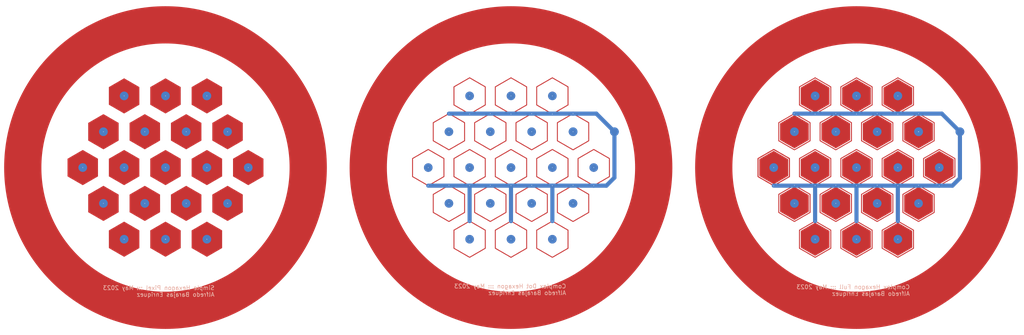
<source format=kicad_pcb>
(kicad_pcb (version 20221018) (generator pcbnew)
  (layers (0 "F.Cu" signal) (31 "B.Cu" signal) (34 "B.Paste" user) (35 "F.Paste" user) (36 "B.SilkS" user "B.Silkscreen") (37 "F.SilkS" user "F.Silkscreen") (38 "B.Mask" user) (39 "F.Mask" user) (44 "Edge.Cuts" user))
  (net 0 "")
  (footprint "1.Hex:Hex.Tile.Solid.G.Hex" (layer "F.Cu") (at 246.964622 49.635156 90)
    (fp_text reference "REF**61" hide)
    (fp_text value "Hex.Tile.Solid.G.Hex" hide)
    (fp_poly (pts (xy 4 0) (xy 2.001777 -3.463075) (xy -2.002238 -3.462808) (xy -4 0) (xy -1.999461 3.464413) (xy 2.002455 3.456909)) (stroke (width 0.01)) (fill solid) (layer "F.Cu"))
    (fp_poly (pts (xy -2.127378 -3.679234) (xy 2.126888 -3.679517) (xy 4.25 0) (xy 2.129018 3.675398) (xy -2.124428 3.680939) (xy -4.25 0) (xy -4.5 0) (xy -2.249394 3.897464) (xy 2.25558 3.893887) (xy 4.5 0) (xy 2.251999 -3.895959) (xy -2.252518 -3.895659) (xy -4.5 0) (xy -4.25 0)) (stroke (width 0.001)) (fill solid) (layer "F.Cu"))
  )
  (footprint "Hex:Hex.Tile.Solid.G.Dot" (layer "F.Cu") (at 158.459763 40.975063 90)
    (fp_text reference "REF**15" hide)
    (fp_text value "Hex.Tile.Solid.G.Dot" hide)
    (fp_circle (center 0 0) (end 1 0) (stroke (width 0.001)) (fill solid) (layer "F.Cu"))
    (fp_poly (pts (xy -2.127378 -3.679234) (xy 2.126888 -3.679517) (xy 4.25 0) (xy 2.129018 3.675398) (xy -2.124428 3.680939) (xy -4.25 0) (xy -4.5 0) (xy -2.249394 3.897464) (xy 2.25558 3.893887) (xy 4.5 0) (xy 2.251999 -3.895959) (xy -2.252518 -3.895659) (xy -4.5 0) (xy -4.25 0)) (stroke (width 0.001)) (fill solid) (layer "F.Cu"))
  )
  (footprint "1.Hex:Hex.Tile.Solid.G.Hex" (layer "F.Cu") (at 221.964622 40.975156 90)
    (fp_text reference "REF**63" hide)
    (fp_text value "Hex.Tile.Solid.G.Hex" hide)
    (fp_poly (pts (xy 4 0) (xy 2.001777 -3.463075) (xy -2.002238 -3.462808) (xy -4 0) (xy -1.999461 3.464413) (xy 2.002455 3.456909)) (stroke (width 0.01)) (fill solid) (layer "F.Cu"))
    (fp_poly (pts (xy -2.127378 -3.679234) (xy 2.126888 -3.679517) (xy 4.25 0) (xy 2.129018 3.675398) (xy -2.124428 3.680939) (xy -4.25 0) (xy -4.5 0) (xy -2.249394 3.897464) (xy 2.25558 3.893887) (xy 4.5 0) (xy 2.251999 -3.895959) (xy -2.252518 -3.895659) (xy -4.5 0) (xy -4.25 0)) (stroke (width 0.001)) (fill solid) (layer "F.Cu"))
  )
  (footprint "1.Hex:Hex.Tile.Solid.G.Hex" (layer "F.Cu") (at 246.964622 66.955156 90)
    (fp_text reference "REF**22" hide)
    (fp_text value "Hex.Tile.Solid.G.Hex" hide)
    (fp_poly (pts (xy 4 0) (xy 2.001777 -3.463075) (xy -2.002238 -3.462808) (xy -4 0) (xy -1.999461 3.464413) (xy 2.002455 3.456909)) (stroke (width 0.01)) (fill solid) (layer "F.Cu"))
    (fp_poly (pts (xy -2.127378 -3.679234) (xy 2.126888 -3.679517) (xy 4.25 0) (xy 2.129018 3.675398) (xy -2.124428 3.680939) (xy -4.25 0) (xy -4.5 0) (xy -2.249394 3.897464) (xy 2.25558 3.893887) (xy 4.5 0) (xy 2.251999 -3.895959) (xy -2.252518 -3.895659) (xy -4.5 0) (xy -4.25 0)) (stroke (width 0.001)) (fill solid) (layer "F.Cu"))
  )
  (footprint "1.Hex:Hex.Tile.Solid.G.Hex" (layer "F.Cu") (at 216.964622 49.635156 90)
    (fp_text reference "REF**94" hide)
    (fp_text value "Hex.Tile.Solid.G.Hex" hide)
    (fp_poly (pts (xy 4 0) (xy 2.001777 -3.463075) (xy -2.002238 -3.462808) (xy -4 0) (xy -1.999461 3.464413) (xy 2.002455 3.456909)) (stroke (width 0.01)) (fill solid) (layer "F.Cu"))
    (fp_poly (pts (xy -2.127378 -3.679234) (xy 2.126888 -3.679517) (xy 4.25 0) (xy 2.129018 3.675398) (xy -2.124428 3.680939) (xy -4.25 0) (xy -4.5 0) (xy -2.249394 3.897464) (xy 2.25558 3.893887) (xy 4.5 0) (xy 2.251999 -3.895959) (xy -2.252518 -3.895659) (xy -4.5 0) (xy -4.25 0)) (stroke (width 0.001)) (fill solid) (layer "F.Cu"))
  )
  (footprint "Hex:Hex.Tile.Solid.Hex" (layer "F.Cu") (at 74.955 58.295 90)
    (fp_text reference "REF**1" hide)
    (fp_text value "Hex.Tile.Solid.Hex" hide)
    (fp_poly (pts (xy 4.25 0) (xy 2.126888 -3.679517) (xy -2.127378 -3.679234) (xy -4.25 0) (xy -2.124428 3.680939) (xy 2.129018 3.675398)) (stroke (width 0.01)) (fill solid) (layer "F.Cu"))
  )
  (footprint "Hex:Hex.Tile.Solid.Hex" (layer "F.Cu") (at 54.955 75.615 -90)
    (fp_text reference "REF**40" hide)
    (fp_text value "Hex.Tile.Solid.Hex" hide)
    (fp_poly (pts (xy 4.25 0) (xy 2.126888 -3.679517) (xy -2.127378 -3.679234) (xy -4.25 0) (xy -2.124428 3.680939) (xy 2.129018 3.675398)) (stroke (width 0.01)) (fill solid) (layer "F.Cu"))
  )
  (footprint "Hex:Hex.Tile.Solid.G.Dot" (layer "F.Cu") (at 133.459763 49.635063 90)
    (fp_text reference "REF**53" hide)
    (fp_text value "Hex.Tile.Solid.G.Dot" hide)
    (fp_circle (center 0 0) (end 1 0) (stroke (width 0.001)) (fill solid) (layer "F.Cu"))
    (fp_poly (pts (xy -2.127378 -3.679234) (xy 2.126888 -3.679517) (xy 4.25 0) (xy 2.129018 3.675398) (xy -2.124428 3.680939) (xy -4.25 0) (xy -4.5 0) (xy -2.249394 3.897464) (xy 2.25558 3.893887) (xy 4.5 0) (xy 2.251999 -3.895959) (xy -2.252518 -3.895659) (xy -4.5 0) (xy -4.25 0)) (stroke (width 0.001)) (fill solid) (layer "F.Cu"))
  )
  (footprint "1.Hex:Hex.Tile.Solid.G.Hex" (layer "F.Cu") (at 221.964622 58.295156 90)
    (fp_text reference "REF**75" hide)
    (fp_text value "Hex.Tile.Solid.G.Hex" hide)
    (fp_poly (pts (xy 4 0) (xy 2.001777 -3.463075) (xy -2.002238 -3.462808) (xy -4 0) (xy -1.999461 3.464413) (xy 2.002455 3.456909)) (stroke (width 0.01)) (fill solid) (layer "F.Cu"))
    (fp_poly (pts (xy -2.127378 -3.679234) (xy 2.126888 -3.679517) (xy 4.25 0) (xy 2.129018 3.675398) (xy -2.124428 3.680939) (xy -4.25 0) (xy -4.5 0) (xy -2.249394 3.897464) (xy 2.25558 3.893887) (xy 4.5 0) (xy 2.251999 -3.895959) (xy -2.252518 -3.895659) (xy -4.5 0) (xy -4.25 0)) (stroke (width 0.001)) (fill solid) (layer "F.Cu"))
  )
  (footprint "Hex:Hex.Tile.Solid.Hex" (layer "F.Cu") (at 64.955 75.615 -90)
    (fp_text reference "REF**39" hide)
    (fp_text value "Hex.Tile.Solid.Hex" hide)
    (fp_poly (pts (xy 4.25 0) (xy 2.126888 -3.679517) (xy -2.127378 -3.679234) (xy -4.25 0) (xy -2.124428 3.680939) (xy 2.129018 3.675398)) (stroke (width 0.01)) (fill solid) (layer "F.Cu"))
  )
  (footprint "Hex:Hex.Tile.Solid.Hex" (layer "F.Cu") (at 59.955 49.635 90)
    (fp_text reference "REF**19" hide)
    (fp_text value "Hex.Tile.Solid.Hex" hide)
    (fp_poly (pts (xy 4.25 0) (xy 2.126888 -3.679517) (xy -2.127378 -3.679234) (xy -4.25 0) (xy -2.124428 3.680939) (xy 2.129018 3.675398)) (stroke (width 0.01)) (fill solid) (layer "F.Cu"))
  )
  (footprint "Hex:Hex.Tile.Solid.G.Dot" (layer "F.Cu") (at 163.459763 66.955063 90)
    (fp_text reference "REF**33" hide)
    (fp_text value "Hex.Tile.Solid.G.Dot" hide)
    (fp_circle (center 0 0) (end 1 0) (stroke (width 0.001)) (fill solid) (layer "F.Cu"))
    (fp_poly (pts (xy -2.127378 -3.679234) (xy 2.126888 -3.679517) (xy 4.25 0) (xy 2.129018 3.675398) (xy -2.124428 3.680939) (xy -4.25 0) (xy -4.5 0) (xy -2.249394 3.897464) (xy 2.25558 3.893887) (xy 4.5 0) (xy 2.251999 -3.895959) (xy -2.252518 -3.895659) (xy -4.5 0) (xy -4.25 0)) (stroke (width 0.001)) (fill solid) (layer "F.Cu"))
  )
  (footprint "Hex:Hex.Tile.Solid.G.Dot" (layer "F.Cu") (at 138.459763 75.615063 90)
    (fp_text reference "REF**71" hide)
    (fp_text value "Hex.Tile.Solid.G.Dot" hide)
    (fp_circle (center 0 0) (end 1 0) (stroke (width 0.001)) (fill solid) (layer "F.Cu"))
    (fp_poly (pts (xy -2.127378 -3.679234) (xy 2.126888 -3.679517) (xy 4.25 0) (xy 2.129018 3.675398) (xy -2.124428 3.680939) (xy -4.25 0) (xy -4.5 0) (xy -2.249394 3.897464) (xy 2.25558 3.893887) (xy 4.5 0) (xy 2.251999 -3.895959) (xy -2.252518 -3.895659) (xy -4.5 0) (xy -4.25 0)) (stroke (width 0.001)) (fill solid) (layer "F.Cu"))
  )
  (footprint "Hex:Hex.Tile.Solid.Hex" (layer "F.Cu") (at 59.955 66.955 90)
    (fp_text reference "REF**35" hide)
    (fp_text value "Hex.Tile.Solid.Hex" hide)
    (fp_poly (pts (xy 4.25 0) (xy 2.126888 -3.679517) (xy -2.127378 -3.679234) (xy -4.25 0) (xy -2.124428 3.680939) (xy 2.129018 3.675398)) (stroke (width 0.01)) (fill solid) (layer "F.Cu"))
  )
  (footprint "1.Hex:Hex.Tile.Solid.G.Hex" (layer "F.Cu") (at 236.964622 49.635156 90)
    (fp_text reference "REF**60" hide)
    (fp_text value "Hex.Tile.Solid.G.Hex" hide)
    (fp_poly (pts (xy 4 0) (xy 2.001777 -3.463075) (xy -2.002238 -3.462808) (xy -4 0) (xy -1.999461 3.464413) (xy 2.002455 3.456909)) (stroke (width 0.01)) (fill solid) (layer "F.Cu"))
    (fp_poly (pts (xy -2.127378 -3.679234) (xy 2.126888 -3.679517) (xy 4.25 0) (xy 2.129018 3.675398) (xy -2.124428 3.680939) (xy -4.25 0) (xy -4.5 0) (xy -2.249394 3.897464) (xy 2.25558 3.893887) (xy 4.5 0) (xy 2.251999 -3.895959) (xy -2.252518 -3.895659) (xy -4.5 0) (xy -4.25 0)) (stroke (width 0.001)) (fill solid) (layer "F.Cu"))
  )
  (footprint "Hex:Hex.Tile.Solid.G.Dot" (layer "F.Cu") (at 158.459763 58.295063 90)
    (fp_text reference "REF**3" hide)
    (fp_text value "Hex.Tile.Solid.G.Dot" hide)
    (fp_circle (center 0 0) (end 1 0) (stroke (width 0.001)) (fill solid) (layer "F.Cu"))
    (fp_poly (pts (xy -2.127378 -3.679234) (xy 2.126888 -3.679517) (xy 4.25 0) (xy 2.129018 3.675398) (xy -2.124428 3.680939) (xy -4.25 0) (xy -4.5 0) (xy -2.249394 3.897464) (xy 2.25558 3.893887) (xy 4.5 0) (xy 2.251999 -3.895959) (xy -2.252518 -3.895659) (xy -4.5 0) (xy -4.25 0)) (stroke (width 0.001)) (fill solid) (layer "F.Cu"))
  )
  (footprint "1.Hex:Hex.Tile.Solid.G.Hex" (layer "F.Cu") (at 226.964622 49.635156 90)
    (fp_text reference "REF**59" hide)
    (fp_text value "Hex.Tile.Solid.G.Hex" hide)
    (fp_poly (pts (xy 4 0) (xy 2.001777 -3.463075) (xy -2.002238 -3.462808) (xy -4 0) (xy -1.999461 3.464413) (xy 2.002455 3.456909)) (stroke (width 0.01)) (fill solid) (layer "F.Cu"))
    (fp_poly (pts (xy -2.127378 -3.679234) (xy 2.126888 -3.679517) (xy 4.25 0) (xy 2.129018 3.675398) (xy -2.124428 3.680939) (xy -4.25 0) (xy -4.5 0) (xy -2.249394 3.897464) (xy 2.25558 3.893887) (xy 4.5 0) (xy 2.251999 -3.895959) (xy -2.252518 -3.895659) (xy -4.5 0) (xy -4.25 0)) (stroke (width 0.001)) (fill solid) (layer "F.Cu"))
  )
  (footprint "1.Hex:Hex.Tile.Solid.G.Hex" (layer "F.Cu") (at 231.964622 40.975156 90)
    (fp_text reference "REF**65" hide)
    (fp_text value "Hex.Tile.Solid.G.Hex" hide)
    (fp_poly (pts (xy 4 0) (xy 2.001777 -3.463075) (xy -2.002238 -3.462808) (xy -4 0) (xy -1.999461 3.464413) (xy 2.002455 3.456909)) (stroke (width 0.01)) (fill solid) (layer "F.Cu"))
    (fp_poly (pts (xy -2.127378 -3.679234) (xy 2.126888 -3.679517) (xy 4.25 0) (xy 2.129018 3.675398) (xy -2.124428 3.680939) (xy -4.25 0) (xy -4.5 0) (xy -2.249394 3.897464) (xy 2.25558 3.893887) (xy 4.5 0) (xy 2.251999 -3.895959) (xy -2.252518 -3.895659) (xy -4.5 0) (xy -4.25 0)) (stroke (width 0.001)) (fill solid) (layer "F.Cu"))
  )
  (footprint "Hex:Hex.Tile.Solid.G.Dot" (layer "F.Cu") (at 133.459763 66.955063 90)
    (fp_text reference "REF**68" hide)
    (fp_text value "Hex.Tile.Solid.G.Dot" hide)
    (fp_circle (center 0 0) (end 1 0) (stroke (width 0.001)) (fill solid) (layer "F.Cu"))
    (fp_poly (pts (xy -2.127378 -3.679234) (xy 2.126888 -3.679517) (xy 4.25 0) (xy 2.129018 3.675398) (xy -2.124428 3.680939) (xy -4.25 0) (xy -4.5 0) (xy -2.249394 3.897464) (xy 2.25558 3.893887) (xy 4.5 0) (xy 2.251999 -3.895959) (xy -2.252518 -3.895659) (xy -4.5 0) (xy -4.25 0)) (stroke (width 0.001)) (fill solid) (layer "F.Cu"))
  )
  (footprint "Hex:Hex.Tile.Solid.Hex" (layer "F.Cu") (at 74.955 75.615 -90)
    (fp_text reference "REF**8" hide)
    (fp_text value "Hex.Tile.Solid.Hex" hide)
    (fp_poly (pts (xy 4.25 0) (xy 2.126888 -3.679517) (xy -2.127378 -3.679234) (xy -4.25 0) (xy -2.124428 3.680939) (xy 2.129018 3.675398)) (stroke (width 0.01)) (fill solid) (layer "F.Cu"))
  )
  (footprint "1.Hex:Hex.Tile.Solid.G.Hex" (layer "F.Cu") (at 211.964622 58.295156 90)
    (fp_text reference "REF**91" hide)
    (fp_text value "Hex.Tile.Solid.G.Hex" hide)
    (fp_poly (pts (xy 4 0) (xy 2.001777 -3.463075) (xy -2.002238 -3.462808) (xy -4 0) (xy -1.999461 3.464413) (xy 2.002455 3.456909)) (stroke (width 0.01)) (fill solid) (layer "F.Cu"))
    (fp_poly (pts (xy -2.127378 -3.679234) (xy 2.126888 -3.679517) (xy 4.25 0) (xy 2.129018 3.675398) (xy -2.124428 3.680939) (xy -4.25 0) (xy -4.5 0) (xy -2.249394 3.897464) (xy 2.25558 3.893887) (xy 4.5 0) (xy 2.251999 -3.895959) (xy -2.252518 -3.895659) (xy -4.5 0) (xy -4.25 0)) (stroke (width 0.001)) (fill solid) (layer "F.Cu"))
  )
  (footprint "Hex:Hex.Tile.Solid.G.Dot" (layer "F.Cu") (at 138.459763 58.295063 90)
    (fp_text reference "REF**64" hide)
    (fp_text value "Hex.Tile.Solid.G.Dot" hide)
    (fp_circle (center 0 0) (end 1 0) (stroke (width 0.001)) (fill solid) (layer "F.Cu"))
    (fp_poly (pts (xy -2.127378 -3.679234) (xy 2.126888 -3.679517) (xy 4.25 0) (xy 2.129018 3.675398) (xy -2.124428 3.680939) (xy -4.25 0) (xy -4.5 0) (xy -2.249394 3.897464) (xy 2.25558 3.893887) (xy 4.5 0) (xy 2.251999 -3.895959) (xy -2.252518 -3.895659) (xy -4.5 0) (xy -4.25 0)) (stroke (width 0.001)) (fill solid) (layer "F.Cu"))
  )
  (footprint "Hex:Hex.Tile.Solid.G.Dot" (layer "F.Cu") (at 148.459763 58.295063 90)
    (fp_text reference "REF**" hide)
    (fp_text value "Hex.Tile.Solid.G.Dot" hide)
    (fp_circle (center 0 0) (end 1 0) (stroke (width 0.001)) (fill solid) (layer "F.Cu"))
    (fp_poly (pts (xy -2.127378 -3.679234) (xy 2.126888 -3.679517) (xy 4.25 0) (xy 2.129018 3.675398) (xy -2.124428 3.680939) (xy -4.25 0) (xy -4.5 0) (xy -2.249394 3.897464) (xy 2.25558 3.893887) (xy 4.5 0) (xy 2.251999 -3.895959) (xy -2.252518 -3.895659) (xy -4.5 0) (xy -4.25 0)) (stroke (width 0.001)) (fill solid) (layer "F.Cu"))
  )
  (footprint "Hex:Hex.Tile.Solid.Hex" (layer "F.Cu") (at 49.955 66.955 90)
    (fp_text reference "REF**36" hide)
    (fp_text value "Hex.Tile.Solid.Hex" hide)
    (fp_poly (pts (xy 4.25 0) (xy 2.126888 -3.679517) (xy -2.127378 -3.679234) (xy -4.25 0) (xy -2.124428 3.680939) (xy 2.129018 3.675398)) (stroke (width 0.01)) (fill solid) (layer "F.Cu"))
  )
  (footprint "Hex:Hex.Tile.Solid.G.Dot" (layer "F.Cu") (at 143.459763 49.635063 90)
    (fp_text reference "REF**9" hide)
    (fp_text value "Hex.Tile.Solid.G.Dot" hide)
    (fp_circle (center 0 0) (end 1 0) (stroke (width 0.001)) (fill solid) (layer "F.Cu"))
    (fp_poly (pts (xy -2.127378 -3.679234) (xy 2.126888 -3.679517) (xy 4.25 0) (xy 2.129018 3.675398) (xy -2.124428 3.680939) (xy -4.25 0) (xy -4.5 0) (xy -2.249394 3.897464) (xy 2.25558 3.893887) (xy 4.5 0) (xy 2.251999 -3.895959) (xy -2.252518 -3.895659) (xy -4.5 0) (xy -4.25 0)) (stroke (width 0.001)) (fill solid) (layer "F.Cu"))
  )
  (footprint "Hex:Hex.Tile.Solid.Hex" (layer "F.Cu") (at 64.955 58.295 90)
    (fp_text reference "REF**" hide)
    (fp_text value "Hex.Tile.Solid.Hex" hide)
    (fp_poly (pts (xy 4.25 0) (xy 2.126888 -3.679517) (xy -2.127378 -3.679234) (xy -4.25 0) (xy -2.124428 3.680939) (xy 2.129018 3.675398)) (stroke (width 0.01)) (fill solid) (layer "F.Cu"))
  )
  (footprint "1.Hex:Hex.Tile.Solid.G.Hex" (layer "F.Cu") (at 226.964622 66.955156 90)
    (fp_text reference "REF**79" hide)
    (fp_text value "Hex.Tile.Solid.G.Hex" hide)
    (fp_poly (pts (xy 4 0) (xy 2.001777 -3.463075) (xy -2.002238 -3.462808) (xy -4 0) (xy -1.999461 3.464413) (xy 2.002455 3.456909)) (stroke (width 0.01)) (fill solid) (layer "F.Cu"))
    (fp_poly (pts (xy -2.127378 -3.679234) (xy 2.126888 -3.679517) (xy 4.25 0) (xy 2.129018 3.675398) (xy -2.124428 3.680939) (xy -4.25 0) (xy -4.5 0) (xy -2.249394 3.897464) (xy 2.25558 3.893887) (xy 4.5 0) (xy 2.251999 -3.895959) (xy -2.252518 -3.895659) (xy -4.5 0) (xy -4.25 0)) (stroke (width 0.001)) (fill solid) (layer "F.Cu"))
  )
  (footprint "Hex:Hex.Tile.Solid.G.Dot" (layer "F.Cu") (at 153.459763 49.635063 90)
    (fp_text reference "REF**10" hide)
    (fp_text value "Hex.Tile.Solid.G.Dot" hide)
    (fp_circle (center 0 0) (end 1 0) (stroke (width 0.001)) (fill solid) (layer "F.Cu"))
    (fp_poly (pts (xy -2.127378 -3.679234) (xy 2.126888 -3.679517) (xy 4.25 0) (xy 2.129018 3.675398) (xy -2.124428 3.680939) (xy -4.25 0) (xy -4.5 0) (xy -2.249394 3.897464) (xy 2.25558 3.893887) (xy 4.5 0) (xy 2.251999 -3.895959) (xy -2.252518 -3.895659) (xy -4.5 0) (xy -4.25 0)) (stroke (width 0.001)) (fill solid) (layer "F.Cu"))
  )
  (footprint "Hex:Hex.Tile.Solid.Hex" (layer "F.Cu") (at 74.955 40.975 90)
    (fp_text reference "REF**25" hide)
    (fp_text value "Hex.Tile.Solid.Hex" hide)
    (fp_poly (pts (xy 4.25 0) (xy 2.126888 -3.679517) (xy -2.127378 -3.679234) (xy -4.25 0) (xy -2.124428 3.680939) (xy 2.129018 3.675398)) (stroke (width 0.01)) (fill solid) (layer "F.Cu"))
  )
  (footprint "1.Hex:Hex.Tile.Solid.G.Hex" (layer "F.Cu") (at 236.964622 66.955156 90)
    (fp_text reference "REF**18" hide)
    (fp_text value "Hex.Tile.Solid.G.Hex" hide)
    (fp_poly (pts (xy 4 0) (xy 2.001777 -3.463075) (xy -2.002238 -3.462808) (xy -4 0) (xy -1.999461 3.464413) (xy 2.002455 3.456909)) (stroke (width 0.01)) (fill solid) (layer "F.Cu"))
    (fp_poly (pts (xy -2.127378 -3.679234) (xy 2.126888 -3.679517) (xy 4.25 0) (xy 2.129018 3.675398) (xy -2.124428 3.680939) (xy -4.25 0) (xy -4.5 0) (xy -2.249394 3.897464) (xy 2.25558 3.893887) (xy 4.5 0) (xy 2.251999 -3.895959) (xy -2.252518 -3.895659) (xy -4.5 0) (xy -4.25 0)) (stroke (width 0.001)) (fill solid) (layer "F.Cu"))
  )
  (footprint "Hex:Hex.Tile.Solid.G.Dot" (layer "F.Cu") (at 158.459763 75.615063 90)
    (fp_text reference "REF**38" hide)
    (fp_text value "Hex.Tile.Solid.G.Dot" hide)
    (fp_circle (center 0 0) (end 1 0) (stroke (width 0.001)) (fill solid) (layer "F.Cu"))
    (fp_poly (pts (xy -2.127378 -3.679234) (xy 2.126888 -3.679517) (xy 4.25 0) (xy 2.129018 3.675398) (xy -2.124428 3.680939) (xy -4.25 0) (xy -4.5 0) (xy -2.249394 3.897464) (xy 2.25558 3.893887) (xy 4.5 0) (xy 2.251999 -3.895959) (xy -2.252518 -3.895659) (xy -4.5 0) (xy -4.25 0)) (stroke (width 0.001)) (fill solid) (layer "F.Cu"))
  )
  (footprint "Hex:Hex.Tile.Solid.G.Dot" (layer "F.Cu") (at 143.459763 66.955063 90)
    (fp_text reference "REF**67" hide)
    (fp_text value "Hex.Tile.Solid.G.Dot" hide)
    (fp_circle (center 0 0) (end 1 0) (stroke (width 0.001)) (fill solid) (layer "F.Cu"))
    (fp_poly (pts (xy -2.127378 -3.679234) (xy 2.126888 -3.679517) (xy 4.25 0) (xy 2.129018 3.675398) (xy -2.124428 3.680939) (xy -4.25 0) (xy -4.5 0) (xy -2.249394 3.897464) (xy 2.25558 3.893887) (xy 4.5 0) (xy 2.251999 -3.895959) (xy -2.252518 -3.895659) (xy -4.5 0) (xy -4.25 0)) (stroke (width 0.001)) (fill solid) (layer "F.Cu"))
  )
  (footprint "Hex:Hex.Tile.Solid.Hex" (layer "F.Cu") (at 69.955 49.635 90)
    (fp_text reference "REF**20" hide)
    (fp_text value "Hex.Tile.Solid.Hex" hide)
    (fp_poly (pts (xy 4.25 0) (xy 2.126888 -3.679517) (xy -2.127378 -3.679234) (xy -4.25 0) (xy -2.124428 3.680939) (xy 2.129018 3.675398)) (stroke (width 0.01)) (fill solid) (layer "F.Cu"))
  )
  (footprint "Hex:Hex.Tile.Solid.Hex" (layer "F.Cu") (at 79.955 49.635 90)
    (fp_text reference "REF**21" hide)
    (fp_text value "Hex.Tile.Solid.Hex" hide)
    (fp_poly (pts (xy 4.25 0) (xy 2.126888 -3.679517) (xy -2.127378 -3.679234) (xy -4.25 0) (xy -2.124428 3.680939) (xy 2.129018 3.675398)) (stroke (width 0.01)) (fill solid) (layer "F.Cu"))
  )
  (footprint "1.Hex:Hex.Tile.Solid.G.Hex" (layer "F.Cu") (at 251.964622 58.295156 90)
    (fp_text reference "REF**12" hide)
    (fp_text value "Hex.Tile.Solid.G.Hex" hide)
    (fp_poly (pts (xy 4 0) (xy 2.001777 -3.463075) (xy -2.002238 -3.462808) (xy -4 0) (xy -1.999461 3.464413) (xy 2.002455 3.456909)) (stroke (width 0.01)) (fill solid) (layer "F.Cu"))
    (fp_poly (pts (xy -2.127378 -3.679234) (xy 2.126888 -3.679517) (xy 4.25 0) (xy 2.129018 3.675398) (xy -2.124428 3.680939) (xy -4.25 0) (xy -4.5 0) (xy -2.249394 3.897464) (xy 2.25558 3.893887) (xy 4.5 0) (xy 2.251999 -3.895959) (xy -2.252518 -3.895659) (xy -4.5 0) (xy -4.25 0)) (stroke (width 0.001)) (fill solid) (layer "F.Cu"))
  )
  (footprint "1.Hex:Hex.Tile.Solid.G.Hex" (layer "F.Cu") (at 231.964622 75.615156 90)
    (fp_text reference "REF**84" hide)
    (fp_text value "Hex.Tile.Solid.G.Hex" hide)
    (fp_poly (pts (xy 4 0) (xy 2.001777 -3.463075) (xy -2.002238 -3.462808) (xy -4 0) (xy -1.999461 3.464413) (xy 2.002455 3.456909)) (stroke (width 0.01)) (fill solid) (layer "F.Cu"))
    (fp_poly (pts (xy -2.127378 -3.679234) (xy 2.126888 -3.679517) (xy 4.25 0) (xy 2.129018 3.675398) (xy -2.124428 3.680939) (xy -4.25 0) (xy -4.5 0) (xy -2.249394 3.897464) (xy 2.25558 3.893887) (xy 4.5 0) (xy 2.251999 -3.895959) (xy -2.252518 -3.895659) (xy -4.5 0) (xy -4.25 0)) (stroke (width 0.001)) (fill solid) (layer "F.Cu"))
  )
  (footprint "Hex:Hex.Tile.Solid.G.Dot" (layer "F.Cu") (at 153.459763 66.955063 90)
    (fp_text reference "REF**30" hide)
    (fp_text value "Hex.Tile.Solid.G.Dot" hide)
    (fp_circle (center 0 0) (end 1 0) (stroke (width 0.001)) (fill solid) (layer "F.Cu"))
    (fp_poly (pts (xy -2.127378 -3.679234) (xy 2.126888 -3.679517) (xy 4.25 0) (xy 2.129018 3.675398) (xy -2.124428 3.680939) (xy -4.25 0) (xy -4.5 0) (xy -2.249394 3.897464) (xy 2.25558 3.893887) (xy 4.5 0) (xy 2.251999 -3.895959) (xy -2.252518 -3.895659) (xy -4.5 0) (xy -4.25 0)) (stroke (width 0.001)) (fill solid) (layer "F.Cu"))
  )
  (footprint "Hex:Hex.Tile.Solid.Hex" (layer "F.Cu") (at 44.955 58.295 90)
    (fp_text reference "REF**32" hide)
    (fp_text value "Hex.Tile.Solid.Hex" hide)
    (fp_poly (pts (xy 4.25 0) (xy 2.126888 -3.679517) (xy -2.127378 -3.679234) (xy -4.25 0) (xy -2.124428 3.680939) (xy 2.129018 3.675398)) (stroke (width 0.01)) (fill solid) (layer "F.Cu"))
  )
  (footprint "1.Hex:Hex.Tile.Solid.G.Hex" (layer "F.Cu") (at 231.964622 58.295156 90)
    (fp_text reference "REF**" hide)
    (fp_text value "Hex.Tile.Solid.G.Hex" hide)
    (fp_poly (pts (xy 4 0) (xy 2.001777 -3.463075) (xy -2.002238 -3.462808) (xy -4 0) (xy -1.999461 3.464413) (xy 2.002455 3.456909)) (stroke (width 0.01)) (fill solid) (layer "F.Cu"))
    (fp_poly (pts (xy -2.127378 -3.679234) (xy 2.126888 -3.679517) (xy 4.25 0) (xy 2.129018 3.675398) (xy -2.124428 3.680939) (xy -4.25 0) (xy -4.5 0) (xy -2.249394 3.897464) (xy 2.25558 3.893887) (xy 4.5 0) (xy 2.251999 -3.895959) (xy -2.252518 -3.895659) (xy -4.5 0) (xy -4.25 0)) (stroke (width 0.001)) (fill solid) (layer "F.Cu"))
  )
  (footprint "1.Hex:Hex.Tile.Solid.G.Hex" (layer "F.Cu") (at 241.964622 75.615156 90)
    (fp_text reference "REF**29" hide)
    (fp_text value "Hex.Tile.Solid.G.Hex" hide)
    (fp_poly (pts (xy 4 0) (xy 2.001777 -3.463075) (xy -2.002238 -3.462808) (xy -4 0) (xy -1.999461 3.464413) (xy 2.002455 3.456909)) (stroke (width 0.01)) (fill solid) (layer "F.Cu"))
    (fp_poly (pts (xy -2.127378 -3.679234) (xy 2.126888 -3.679517) (xy 4.25 0) (xy 2.129018 3.675398) (xy -2.124428 3.680939) (xy -4.25 0) (xy -4.5 0) (xy -2.249394 3.897464) (xy 2.25558 3.893887) (xy 4.5 0) (xy 2.251999 -3.895959) (xy -2.252518 -3.895659) (xy -4.5 0) (xy -4.25 0)) (stroke (width 0.001)) (fill solid) (layer "F.Cu"))
  )
  (footprint "1.Hex:Hex.Tile.Solid.G.Hex" (layer "F.Cu") (at 211.964622 58.295156 90)
    (fp_text reference "REF**76" hide)
    (fp_text value "Hex.Tile.Solid.G.Hex" hide)
    (fp_poly (pts (xy 4 0) (xy 2.001777 -3.463075) (xy -2.002238 -3.462808) (xy -4 0) (xy -1.999461 3.464413) (xy 2.002455 3.456909)) (stroke (width 0.01)) (fill solid) (layer "F.Cu"))
    (fp_poly (pts (xy -2.127378 -3.679234) (xy 2.126888 -3.679517) (xy 4.25 0) (xy 2.129018 3.675398) (xy -2.124428 3.680939) (xy -4.25 0) (xy -4.5 0) (xy -2.249394 3.897464) (xy 2.25558 3.893887) (xy 4.5 0) (xy 2.251999 -3.895959) (xy -2.252518 -3.895659) (xy -4.5 0) (xy -4.25 0)) (stroke (width 0.001)) (fill solid) (layer "F.Cu"))
  )
  (footprint "Hex:Hex.Tile.Solid.G.Dot" (layer "F.Cu") (at 138.459763 40.975063 90)
    (fp_text reference "REF**13" hide)
    (fp_text value "Hex.Tile.Solid.G.Dot" hide)
    (fp_circle (center 0 0) (end 1 0) (stroke (width 0.001)) (fill solid) (layer "F.Cu"))
    (fp_poly (pts (xy -2.127378 -3.679234) (xy 2.126888 -3.679517) (xy 4.25 0) (xy 2.129018 3.675398) (xy -2.124428 3.680939) (xy -4.25 0) (xy -4.5 0) (xy -2.249394 3.897464) (xy 2.25558 3.893887) (xy 4.5 0) (xy 2.251999 -3.895959) (xy -2.252518 -3.895659) (xy -4.5 0) (xy -4.25 0)) (stroke (width 0.001)) (fill solid) (layer "F.Cu"))
  )
  (footprint "Hex:Hex.Tile.Solid.Hex" (layer "F.Cu") (at 79.955 66.955 90)
    (fp_text reference "REF**5" hide)
    (fp_text value "Hex.Tile.Solid.Hex" hide)
    (fp_poly (pts (xy 4.25 0) (xy 2.126888 -3.679517) (xy -2.127378 -3.679234) (xy -4.25 0) (xy -2.124428 3.680939) (xy 2.129018 3.675398)) (stroke (width 0.01)) (fill solid) (layer "F.Cu"))
  )
  (footprint "Hex:Hex.Tile.Solid.Hex" (layer "F.Cu") (at 49.955 49.635 90)
    (fp_text reference "REF**49" hide)
    (fp_text value "Hex.Tile.Solid.Hex" hide)
    (fp_poly (pts (xy 4.25 0) (xy 2.126888 -3.679517) (xy -2.127378 -3.679234) (xy -4.25 0) (xy -2.124428 3.680939) (xy 2.129018 3.675398)) (stroke (width 0.01)) (fill solid) (layer "F.Cu"))
  )
  (footprint "1.Hex:Hex.Tile.Solid.G.Hex" (layer "F.Cu") (at 216.964622 66.955156 90)
    (fp_text reference "REF**81" hide)
    (fp_text value "Hex.Tile.Solid.G.Hex" hide)
    (fp_poly (pts (xy 4 0) (xy 2.001777 -3.463075) (xy -2.002238 -3.462808) (xy -4 0) (xy -1.999461 3.464413) (xy 2.002455 3.456909)) (stroke (width 0.01)) (fill solid) (layer "F.Cu"))
    (fp_poly (pts (xy -2.127378 -3.679234) (xy 2.126888 -3.679517) (xy 4.25 0) (xy 2.129018 3.675398) (xy -2.124428 3.680939) (xy -4.25 0) (xy -4.5 0) (xy -2.249394 3.897464) (xy 2.25558 3.893887) (xy 4.5 0) (xy 2.251999 -3.895959) (xy -2.252518 -3.895659) (xy -4.5 0) (xy -4.25 0)) (stroke (width 0.001)) (fill solid) (layer "F.Cu"))
  )
  (footprint "Hex:Hex.Tile.Solid.Hex" (layer "F.Cu") (at 54.955 40.975 90)
    (fp_text reference "REF**23" hide)
    (fp_text value "Hex.Tile.Solid.Hex" hide)
    (fp_poly (pts (xy 4.25 0) (xy 2.126888 -3.679517) (xy -2.127378 -3.679234) (xy -4.25 0) (xy -2.124428 3.680939) (xy 2.129018 3.675398)) (stroke (width 0.01)) (fill solid) (layer "F.Cu"))
  )
  (footprint "Hex:Hex.Tile.Solid.G.Dot" (layer "F.Cu") (at 148.459763 40.975063 90)
    (fp_text reference "REF**14" hide)
    (fp_text value "Hex.Tile.Solid.G.Dot" hide)
    (fp_circle (center 0 0) (end 1 0) (stroke (width 0.001)) (fill solid) (layer "F.Cu"))
    (fp_poly (pts (xy -2.127378 -3.679234) (xy 2.126888 -3.679517) (xy 4.25 0) (xy 2.129018 3.675398) (xy -2.124428 3.680939) (xy -4.25 0) (xy -4.5 0) (xy -2.249394 3.897464) (xy 2.25558 3.893887) (xy 4.5 0) (xy 2.251999 -3.895959) (xy -2.252518 -3.895659) (xy -4.5 0) (xy -4.25 0)) (stroke (width 0.001)) (fill solid) (layer "F.Cu"))
  )
  (footprint "Hex:Hex.Tile.Solid.G.Dot" (layer "F.Cu") (at 168.459763 58.295063 90)
    (fp_text reference "REF**6" hide)
    (fp_text value "Hex.Tile.Solid.G.Dot" hide)
    (fp_circle (center 0 0) (end 1 0) (stroke (width 0.001)) (fill solid) (layer "F.Cu"))
    (fp_poly (pts (xy -2.127378 -3.679234) (xy 2.126888 -3.679517) (xy 4.25 0) (xy 2.129018 3.675398) (xy -2.124428 3.680939) (xy -4.25 0) (xy -4.5 0) (xy -2.249394 3.897464) (xy 2.25558 3.893887) (xy 4.5 0) (xy 2.251999 -3.895959) (xy -2.252518 -3.895659) (xy -4.5 0) (xy -4.25 0)) (stroke (width 0.001)) (fill solid) (layer "F.Cu"))
  )
  (footprint "1.Hex:Hex.Tile.Solid.G.Hex" (layer "F.Cu") (at 221.964622 75.615156 90)
    (fp_text reference "REF**85" hide)
    (fp_text value "Hex.Tile.Solid.G.Hex" hide)
    (fp_poly (pts (xy 4 0) (xy 2.001777 -3.463075) (xy -2.002238 -3.462808) (xy -4 0) (xy -1.999461 3.464413) (xy 2.002455 3.456909)) (stroke (width 0.01)) (fill solid) (layer "F.Cu"))
    (fp_poly (pts (xy -2.127378 -3.679234) (xy 2.126888 -3.679517) (xy 4.25 0) (xy 2.129018 3.675398) (xy -2.124428 3.680939) (xy -4.25 0) (xy -4.5 0) (xy -2.249394 3.897464) (xy 2.25558 3.893887) (xy 4.5 0) (xy 2.251999 -3.895959) (xy -2.252518 -3.895659) (xy -4.5 0) (xy -4.25 0)) (stroke (width 0.001)) (fill solid) (layer "F.Cu"))
  )
  (footprint "1.Hex:Hex.Tile.Solid.G.Hex" (layer "F.Cu") (at 241.964622 40.975156 90)
    (fp_text reference "REF**66" hide)
    (fp_text value "Hex.Tile.Solid.G.Hex" hide)
    (fp_poly (pts (xy 4 0) (xy 2.001777 -3.463075) (xy -2.002238 -3.462808) (xy -4 0) (xy -1.999461 3.464413) (xy 2.002455 3.456909)) (stroke (width 0.01)) (fill solid) (layer "F.Cu"))
    (fp_poly (pts (xy -2.127378 -3.679234) (xy 2.126888 -3.679517) (xy 4.25 0) (xy 2.129018 3.675398) (xy -2.124428 3.680939) (xy -4.25 0) (xy -4.5 0) (xy -2.249394 3.897464) (xy 2.25558 3.893887) (xy 4.5 0) (xy 2.251999 -3.895959) (xy -2.252518 -3.895659) (xy -4.5 0) (xy -4.25 0)) (stroke (width 0.001)) (fill solid) (layer "F.Cu"))
  )
  (footprint "1.Hex:Hex.Tile.Solid.G.Hex" (layer "F.Cu") (at 241.964622 58.295156 90)
    (fp_text reference "REF**7" hide)
    (fp_text value "Hex.Tile.Solid.G.Hex" hide)
    (fp_poly (pts (xy 4 0) (xy 2.001777 -3.463075) (xy -2.002238 -3.462808) (xy -4 0) (xy -1.999461 3.464413) (xy 2.002455 3.456909)) (stroke (width 0.01)) (fill solid) (layer "F.Cu"))
    (fp_poly (pts (xy -2.127378 -3.679234) (xy 2.126888 -3.679517) (xy 4.25 0) (xy 2.129018 3.675398) (xy -2.124428 3.680939) (xy -4.25 0) (xy -4.5 0) (xy -2.249394 3.897464) (xy 2.25558 3.893887) (xy 4.5 0) (xy 2.251999 -3.895959) (xy -2.252518 -3.895659) (xy -4.5 0) (xy -4.25 0)) (stroke (width 0.001)) (fill solid) (layer "F.Cu"))
  )
  (footprint "Hex:Hex.Tile.Solid.G.Dot" (layer "F.Cu") (at 163.459763 49.635063 90)
    (fp_text reference "REF**11" hide)
    (fp_text value "Hex.Tile.Solid.G.Dot" hide)
    (fp_circle (center 0 0) (end 1 0) (stroke (width 0.001)) (fill solid) (layer "F.Cu"))
    (fp_poly (pts (xy -2.127378 -3.679234) (xy 2.126888 -3.679517) (xy 4.25 0) (xy 2.129018 3.675398) (xy -2.124428 3.680939) (xy -4.25 0) (xy -4.5 0) (xy -2.249394 3.897464) (xy 2.25558 3.893887) (xy 4.5 0) (xy 2.251999 -3.895959) (xy -2.252518 -3.895659) (xy -4.5 0) (xy -4.25 0)) (stroke (width 0.001)) (fill solid) (layer "F.Cu"))
  )
  (footprint "Hex:Hex.Tile.Solid.Hex" (layer "F.Cu") (at 54.955 58.295 90)
    (fp_text reference "REF**31" hide)
    (fp_text value "Hex.Tile.Solid.Hex" hide)
    (fp_poly (pts (xy 4.25 0) (xy 2.126888 -3.679517) (xy -2.127378 -3.679234) (xy -4.25 0) (xy -2.124428 3.680939) (xy 2.129018 3.675398)) (stroke (width 0.01)) (fill solid) (layer "F.Cu"))
  )
  (footprint "Hex:Hex.Tile.Solid.G.Dot" (layer "F.Cu") (at 148.459763 75.615063 90)
    (fp_text reference "REF**80" hide)
    (fp_text value "Hex.Tile.Solid.G.Dot" hide)
    (fp_circle (center 0 0) (end 1 0) (stroke (width 0.001)) (fill solid) (layer "F.Cu"))
    (fp_poly (pts (xy -2.127378 -3.679234) (xy 2.126888 -3.679517) (xy 4.25 0) (xy 2.129018 3.675398) (xy -2.124428 3.680939) (xy -4.25 0) (xy -4.5 0) (xy -2.249394 3.897464) (xy 2.25558 3.893887) (xy 4.5 0) (xy 2.251999 -3.895959) (xy -2.252518 -3.895659) (xy -4.5 0) (xy -4.25 0)) (stroke (width 0.001)) (fill solid) (layer "F.Cu"))
  )
  (footprint "Hex:Hex.Tile.Solid.G.Dot" (layer "F.Cu") (at 128.459763 58.295063 90)
    (fp_text reference "REF**50" hide)
    (fp_text value "Hex.Tile.Solid.G.Dot" hide)
    (fp_circle (center 0 0) (end 1 0) (stroke (width 0.001)) (fill solid) (layer "F.Cu"))
    (fp_poly (pts (xy -2.127378 -3.679234) (xy 2.126888 -3.679517) (xy 4.25 0) (xy 2.129018 3.675398) (xy -2.124428 3.680939) (xy -4.25 0) (xy -4.5 0) (xy -2.249394 3.897464) (xy 2.25558 3.893887) (xy 4.5 0) (xy 2.251999 -3.895959) (xy -2.252518 -3.895659) (xy -4.5 0) (xy -4.25 0)) (stroke (width 0.001)) (fill solid) (layer "F.Cu"))
  )
  (footprint "Hex:Hex.Tile.Solid.Hex" (layer "F.Cu") (at 84.955 58.295 90)
    (fp_text reference "REF**2" hide)
    (fp_text value "Hex.Tile.Solid.Hex" hide)
    (fp_poly (pts (xy 4.25 0) (xy 2.126888 -3.679517) (xy -2.127378 -3.679234) (xy -4.25 0) (xy -2.124428 3.680939) (xy 2.129018 3.675398)) (stroke (width 0.01)) (fill solid) (layer "F.Cu"))
  )
  (footprint "Hex:Hex.Tile.Solid.Hex" (layer "F.Cu") (at 64.955 40.975 90)
    (fp_text reference "REF**24" hide)
    (fp_text value "Hex.Tile.Solid.Hex" hide)
    (fp_poly (pts (xy 4.25 0) (xy 2.126888 -3.679517) (xy -2.127378 -3.679234) (xy -4.25 0) (xy -2.124428 3.680939) (xy 2.129018 3.675398)) (stroke (width 0.01)) (fill solid) (layer "F.Cu"))
  )
  (footprint "Hex:Hex.Tile.Solid.Hex" (layer "F.Cu") (at 69.955 66.955 90)
    (fp_text reference "REF**4" hide)
    (fp_text value "Hex.Tile.Solid.Hex" hide)
    (fp_poly (pts (xy 4.25 0) (xy 2.126888 -3.679517) (xy -2.127378 -3.679234) (xy -4.25 0) (xy -2.124428 3.680939) (xy 2.129018 3.675398)) (stroke (width 0.01)) (fill solid) (layer "F.Cu"))
  )
  (gr_circle (center 64.955 58.295) (end 99.455 58.295) (stroke (width 9)) (fill none) (layer "F.Cu"))
  (gr_circle (center 148.459763 58.295063) (end 182.959763 58.295063) (stroke (width 9)) (fill none) (layer "F.Cu"))
  (gr_circle (center 231.964622 58.295156) (end 266.464622 58.295156) (stroke (width 9)) (fill none) (layer "F.Cu"))
  (gr_circle (center 241.965 40.975) (end 242.965 40.975) (stroke (width 0.1)) (fill solid) (layer "B.Cu"))
  (gr_circle (center 49.955 66.955) (end 50.955 66.955) (stroke (width 0.1)) (fill solid) (layer "B.Cu"))
  (gr_circle (center 79.955 49.635) (end 80.955 49.635) (stroke (width 0.1)) (fill solid) (layer "B.Cu"))
  (gr_circle (center 153.459763 66.955063) (end 154.459763 66.955063) (stroke (width 0.1)) (fill solid) (layer "B.Cu"))
  (gr_circle (center 173.459763 49.635063) (end 174.459763 49.635063) (stroke (width 0.1)) (fill solid) (layer "B.Cu"))
  (gr_circle (center 216.965 49.635) (end 217.965 49.635) (stroke (width 0.1)) (fill solid) (layer "B.Cu"))
  (gr_circle (center 64.951263 40.968737) (end 65.951263 40.968737) (stroke (width 0.1)) (fill solid) (layer "B.Cu"))
  (gr_circle (center 49.955 49.635) (end 50.955 49.635) (stroke (width 0.1)) (fill solid) (layer "B.Cu"))
  (gr_circle (center 148.456026 40.9688) (end 149.456026 40.9688) (stroke (width 0.1)) (fill solid) (layer "B.Cu"))
  (gr_circle (center 236.965 66.955) (end 237.965 66.955) (stroke (width 0.1)) (fill solid) (layer "B.Cu"))
  (gr_circle (center 148.459763 58.295063) (end 149.459763 58.295063) (stroke (width 0.1)) (fill solid) (layer "B.Cu"))
  (gr_circle (center 246.965 66.955) (end 247.965 66.955) (stroke (width 0.1)) (fill solid) (layer "B.Cu"))
  (gr_circle (center 84.955 58.295) (end 85.955 58.295) (stroke (width 0.1)) (fill solid) (layer "B.Cu"))
  (gr_circle (center 79.955 66.955) (end 80.955 66.955) (stroke (width 0.1)) (fill solid) (layer "B.Cu"))
  (gr_circle (center 64.955 75.615) (end 65.955 75.615) (stroke (width 0.1)) (fill solid) (layer "B.Cu"))
  (gr_circle (center 246.965 49.635) (end 247.965 49.635) (stroke (width 0.1)) (fill solid) (layer "B.Cu"))
  (gr_circle (center 74.955 40.975) (end 75.955 40.975) (stroke (width 0.1)) (fill solid) (layer "B.Cu"))
  (gr_circle (center 221.965 58.295) (end 222.965 58.295) (stroke (width 0.1)) (fill solid) (layer "B.Cu"))
  (gr_circle (center 148.459763 75.615063) (end 149.459763 75.615063) (stroke (width 0.1)) (fill solid) (layer "B.Cu"))
  (gr_circle (center 59.955 66.955) (end 60.955 66.955) (stroke (width 0.1)) (fill solid) (layer "B.Cu"))
  (gr_circle (center 256.965 49.635) (end 257.965 49.635) (stroke (width 0.1)) (fill solid) (layer "B.Cu"))
  (gr_circle (center 241.965 58.295) (end 242.965 58.295) (stroke (width 0.1)) (fill solid) (layer "B.Cu"))
  (gr_circle (center 173.459763 49.635063) (end 174.459763 49.635063) (stroke (width 0.1)) (fill solid) (layer "B.Cu"))
  (gr_circle (center 251.965 58.295) (end 252.965 58.295) (stroke (width 0.1)) (fill solid) (layer "B.Cu"))
  (gr_circle (center 69.955 66.955) (end 70.955 66.955) (stroke (width 0.1)) (fill solid) (layer "B.Cu"))
  (gr_circle (center 211.965 58.295) (end 212.965 58.295) (stroke (width 0.1)) (fill solid) (layer "B.Cu"))
  (gr_circle (center 143.459763 66.955063) (end 144.459763 66.955063) (stroke (width 0.1)) (fill solid) (layer "B.Cu"))
  (gr_circle (center 236.965 49.635) (end 237.965 49.635) (stroke (width 0.1)) (fill solid) (layer "B.Cu"))
  (gr_circle (center 163.459763 49.635063) (end 164.459763 49.635063) (stroke (width 0.1)) (fill solid) (layer "B.Cu"))
  (gr_circle (center 168.459763 58.295063) (end 169.459763 58.295063) (stroke (width 0.1)) (fill solid) (layer "B.Cu"))
  (gr_circle (center 74.955 75.615) (end 75.955 75.615) (stroke (width 0.1)) (fill solid) (layer "B.Cu"))
  (gr_circle (center 143.459763 49.635063) (end 144.459763 49.635063) (stroke (width 0.1)) (fill solid) (layer "B.Cu"))
  (gr_circle (center 221.965 75.615) (end 222.965 75.615) (stroke (width 0.1)) (fill solid) (layer "B.Cu"))
  (gr_circle (center 231.961263 40.968737) (end 232.961263 40.968737) (stroke (width 0.1)) (fill solid) (layer "B.Cu"))
  (gr_circle (center 44.955 58.295) (end 45.955 58.295) (stroke (width 0.1)) (fill solid) (layer "B.Cu"))
  (gr_circle (center 69.955 49.635) (end 70.955 49.635) (stroke (width 0.1)) (fill solid) (layer "B.Cu"))
  (gr_circle (center 231.965 58.295) (end 232.965 58.295) (stroke (width 0.1)) (fill solid) (layer "B.Cu"))
  (gr_circle (center 138.459763 75.615063) (end 139.459763 75.615063) (stroke (width 0.1)) (fill solid) (layer "B.Cu"))
  (gr_circle (center 221.965 40.975) (end 222.965 40.975) (stroke (width 0.1)) (fill solid) (layer "B.Cu"))
  (gr_circle (center 158.459763 40.975063) (end 159.459763 40.975063) (stroke (width 0.1)) (fill solid) (layer "B.Cu"))
  (gr_circle (center 64.955 58.295) (end 65.955 58.295) (stroke (width 0.1)) (fill solid) (layer "B.Cu"))
  (gr_circle (center 138.459763 58.295063) (end 139.459763 58.295063) (stroke (width 0.1)) (fill solid) (layer "B.Cu"))
  (gr_circle (center 256.965 49.635) (end 257.965 49.635) (stroke (width 0.1)) (fill solid) (layer "B.Cu"))
  (gr_circle (center 133.459763 49.635063) (end 134.459763 49.635063) (stroke (width 0.1)) (fill solid) (layer "B.Cu"))
  (gr_circle (center 226.965 49.635) (end 227.965 49.635) (stroke (width 0.1)) (fill solid) (layer "B.Cu"))
  (gr_circle (center 226.965 66.955) (end 227.965 66.955) (stroke (width 0.1)) (fill solid) (layer "B.Cu"))
  (gr_circle (center 59.955 49.635) (end 60.955 49.635) (stroke (width 0.1)) (fill solid) (layer "B.Cu"))
  (gr_circle (center 158.459763 75.615063) (end 159.459763 75.615063) (stroke (width 0.1)) (fill solid) (layer "B.Cu"))
  (gr_circle (center 54.955 75.615) (end 55.955 75.615) (stroke (width 0.1)) (fill solid) (layer "B.Cu"))
  (gr_circle (center 153.459763 49.635063) (end 154.459763 49.635063) (stroke (width 0.1)) (fill solid) (layer "B.Cu"))
  (gr_circle (center 246.965 49.635) (end 247.965 49.635) (stroke (width 0.1)) (fill solid) (layer "B.Cu"))
  (gr_circle (center 216.965 66.955) (end 217.965 66.955) (stroke (width 0.1)) (fill solid) (layer "B.Cu"))
  (gr_circle (center 231.965 75.615) (end 232.965 75.615) (stroke (width 0.1)) (fill solid) (layer "B.Cu"))
  (gr_circle (center 163.459763 49.635063) (end 164.459763 49.635063) (stroke (width 0.1)) (fill solid) (layer "B.Cu"))
  (gr_circle (center 158.459763 58.295063) (end 159.459763 58.295063) (stroke (width 0.1)) (fill solid) (layer "B.Cu"))
  (gr_circle (center 128.459763 58.295063) (end 129.459763 58.295063) (stroke (width 0.1)) (fill solid) (layer "B.Cu"))
  (gr_circle (center 241.965 75.615) (end 242.965 75.615) (stroke (width 0.1)) (fill solid) (layer "B.Cu"))
  (gr_circle (center 133.459763 66.955063) (end 134.459763 66.955063) (stroke (width 0.1)) (fill solid) (layer "B.Cu"))
  (gr_circle (center 54.955 58.295) (end 55.955 58.295) (stroke (width 0.1)) (fill solid) (layer "B.Cu"))
  (gr_circle (center 163.459763 66.955063) (end 164.459763 66.955063) (stroke (width 0.1)) (fill solid) (layer "B.Cu"))
  (gr_circle (center 74.955 58.295) (end 75.955 58.295) (stroke (width 0.1)) (fill solid) (layer "B.Cu"))
  (gr_circle (center 138.459763 40.975063) (end 139.459763 40.975063) (stroke (width 0.1)) (fill solid) (layer "B.Cu"))
  (gr_circle (center 54.955 40.975) (end 55.955 40.975) (stroke (width 0.1)) (fill solid) (layer "B.Cu"))
  (gr_circle (center 201.654111 75.795) (end 203.154111 75.795) (stroke (width 0.001)) (fill none) (layer "Edge.Cuts"))
  (gr_circle (center 231.965 23.295) (end 233.465 23.295) (stroke (width 0.001)) (fill none) (layer "Edge.Cuts"))
  (gr_circle (center 148.459763 23.295063) (end 149.959763 23.295063) (stroke (width 0.001)) (fill none) (layer "Edge.Cuts"))
  (gr_circle (center 231.964622 58.295156) (end 270.964622 58.295156) (stroke (width 0.001)) (fill none) (layer "Edge.Cuts"))
  (gr_circle (center 148.459763 58.295063) (end 187.459763 58.295063) (stroke (width 0.001)) (fill none) (layer "Edge.Cuts"))
  (gr_circle (center 262.275889 75.795) (end 263.775889 75.795) (stroke (width 0.001)) (fill none) (layer "Edge.Cuts"))
  (gr_circle (center 178.770652 75.795063) (end 180.270652 75.795063) (stroke (width 0.001)) (fill none) (layer "Edge.Cuts"))
  (gr_circle (center 64.955 58.295) (end 103.955 58.295) (stroke (width 0.001)) (fill none) (layer "Edge.Cuts"))
  (gr_circle (center 64.955 23.295) (end 66.455 23.295) (stroke (width 0.001)) (fill none) (layer "Edge.Cuts"))
  (gr_circle (center 118.148874 75.795063) (end 119.648874 75.795063) (stroke (width 0.001)) (fill none) (layer "Edge.Cuts"))
  (gr_circle (center 34.644111 75.795) (end 36.144111 75.795) (stroke (width 0.001)) (fill none) (layer "Edge.Cuts"))
  (gr_circle (center 95.265889 75.795) (end 96.765889 75.795) (stroke (width 0.001)) (fill none) (layer "Edge.Cuts"))
  (gr_text "Complex Hexagon Full ::: May 2023\nAlfredo Barajas Enriquez\n" (at 244.925 89.355) (layer "B.SilkS") (effects (font (size 1 1)) (justify left bottom mirror)))
  (gr_text "Simple Hexagon Pixel ::: May 2023\nAlfredo Barajas Enriquez" (at 76.87 89.57) (layer "B.SilkS") (effects (font (size 1 1)) (justify left bottom mirror)))
  (gr_text "Complex Dot Hexagon ::: May 2023\nAlfredo Barajas Enriquez\n" (at 161.86 89.17) (layer "B.SilkS") (effects (font (size 1 1)) (justify left bottom mirror)))
  (via blind (at 153.459763 62.580063) (size 0.25) (drill 0.15) (layers "F.Cu" "B.Cu") (net 0))
  (via blind (at 133.459763 45.260063) (size 0.25) (drill 0.15) (layers "F.Cu" "B.Cu") (net 0))
  (via blind (at 241.964622 58.295156) (size 0.25) (drill 0.15) (layers "F.Cu" "B.Cu") (net 0))
  (via blind (at 246.965 49.635) (size 0.25) (drill 0.15) (layers "F.Cu" "B.Cu") (net 0))
  (via blind (at 133.459763 49.635063) (size 0.25) (drill 0.15) (layers "F.Cu" "B.Cu") (net 0))
  (via blind (at 138.459763 75.615063) (size 0.25) (drill 0.15) (layers "F.Cu" "B.Cu") (net 0))
  (via blind (at 158.459763 71.240063) (size 0.25) (drill 0.15) (layers "F.Cu" "B.Cu") (net 0))
  (via blind (at 211.964622 58.295156) (size 0.25) (drill 0.15) (layers "F.Cu" "B.Cu") (net 0))
  (via blind (at 158.459763 62.670063) (size 0.25) (drill 0.15) (layers "F.Cu" "B.Cu") (net 0))
  (via blind (at 241.964622 62.670156) (size 0.25) (drill 0.15) (layers "F.Cu" "B.Cu") (net 0))
  (via blind (at 163.459763 49.635063) (size 0.25) (drill 0.15) (layers "F.Cu" "B.Cu") (net 0))
  (via blind (at 64.955 75.615) (size 0.25) (drill 0.15) (layers "F.Cu" "B.Cu") (net 0))
  (via blind (at 143.459763 66.955063) (size 0.25) (drill 0.15) (layers "F.Cu" "B.Cu") (net 0))
  (via blind (at 241.965 40.975) (size 0.25) (drill 0.15) (layers "F.Cu" "B.Cu") (net 0))
  (via blind (at 231.965 71.24) (size 0.25) (drill 0.15) (layers "F.Cu" "B.Cu") (net 0))
  (via blind (at 163.459763 66.955063) (size 0.25) (drill 0.15) (layers "F.Cu" "B.Cu") (net 0))
  (via blind (at 168.459763 62.670063) (size 0.25) (drill 0.15) (layers "F.Cu" "B.Cu") (net 0))
  (via blind (at 236.965 66.955) (size 0.25) (drill 0.15) (layers "F.Cu" "B.Cu") (net 0))
  (via blind (at 226.965 49.635) (size 0.25) (drill 0.15) (layers "F.Cu" "B.Cu") (net 0))
  (via blind (at 231.965 62.67) (size 0.25) (drill 0.15) (layers "F.Cu" "B.Cu") (net 0))
  (via blind (at 84.955 58.295) (size 0.25) (drill 0.15) (layers "F.Cu" "B.Cu") (net 0))
  (via blind (at 221.964622 40.975156) (size 0.25) (drill 0.15) (layers "F.Cu" "B.Cu") (net 0))
  (via blind (at 54.955 58.295) (size 0.25) (drill 0.15) (layers "F.Cu" "B.Cu") (net 0))
  (via blind (at 231.961263 45.343737) (size 0.25) (drill 0.15) (layers "F.Cu" "B.Cu") (net 0))
  (via blind (at 138.459763 71.240063) (size 0.25) (drill 0.15) (layers "F.Cu" "B.Cu") (net 0))
  (via blind (at 64.955 40.975) (size 0.25) (drill 0.15) (layers "F.Cu" "B.Cu") (net 0))
  (via blind (at 79.955 49.635) (size 0.25) (drill 0.15) (layers "F.Cu" "B.Cu") (net 0))
  (via blind (at 64.955 75.615) (size 0.25) (drill 0.15) (layers "F.Cu" "B.Cu") (net 0))
  (via blind (at 163.459763 45.260063) (size 0.25) (drill 0.15) (layers "F.Cu" "B.Cu") (net 0))
  (via blind (at 69.955 66.955) (size 0.25) (drill 0.15) (layers "F.Cu" "B.Cu") (net 0))
  (via blind (at 74.955 40.975) (size 0.25) (drill 0.15) (layers "F.Cu" "B.Cu") (net 0))
  (via blind (at 221.964622 62.670156) (size 0.25) (drill 0.15) (layers "F.Cu" "B.Cu") (net 0))
  (via blind (at 74.955 75.615) (size 0.25) (drill 0.15) (layers "F.Cu" "B.Cu") (net 0))
  (via blind (at 44.955 58.295) (size 0.25) (drill 0.15) (layers "F.Cu" "B.Cu") (net 0))
  (via blind (at 241.964622 71.240156) (size 0.25) (drill 0.15) (layers "F.Cu" "B.Cu") (net 0))
  (via blind (at 143.459763 45.260063) (size 0.25) (drill 0.15) (layers "F.Cu" "B.Cu") (net 0))
  (via blind (at 143.459763 49.635063) (size 0.25) (drill 0.15) (layers "F.Cu" "B.Cu") (net 0))
  (via blind (at 49.955 66.955) (size 0.25) (drill 0.15) (layers "F.Cu" "B.Cu") (net 0))
  (via blind (at 236.965 49.635) (size 0.25) (drill 0.15) (layers "F.Cu" "B.Cu") (net 0))
  (via blind (at 221.964622 58.295156) (size 0.25) (drill 0.15) (layers "F.Cu" "B.Cu") (net 0))
  (via blind (at 138.459763 62.670063) (size 0.25) (drill 0.15) (layers "F.Cu" "B.Cu") (net 0))
  (via blind (at 59.955 66.955) (size 0.25) (drill 0.15) (layers "F.Cu" "B.Cu") (net 0))
  (via blind (at 128.459763 62.670063) (size 0.25) (drill 0.15) (layers "F.Cu" "B.Cu") (net 0))
  (via blind (at 231.965 58.295) (size 0.25) (drill 0.15) (layers "F.Cu" "B.Cu") (net 0))
  (via blind (at 138.459763 45.350063) (size 0.25) (drill 0.15) (layers "F.Cu" "B.Cu") (net 0))
  (via blind (at 246.965 49.635) (size 0.25) (drill 0.15) (layers "F.Cu" "B.Cu") (net 0))
  (via blind (at 148.459763 75.615063) (size 0.25) (drill 0.15) (layers "F.Cu" "B.Cu") (net 0))
  (via blind (at 158.459763 75.615063) (size 0.25) (drill 0.15) (layers "F.Cu" "B.Cu") (net 0))
  (via blind (at 148.459763 40.975063) (size 0.25) (drill 0.15) (layers "F.Cu" "B.Cu") (net 0))
  (via blind (at 64.955 58.295) (size 0.25) (drill 0.15) (layers "F.Cu" "B.Cu") (net 0))
  (via blind (at 226.964622 66.955156) (size 0.25) (drill 0.15) (layers "F.Cu" "B.Cu") (net 0))
  (via blind (at 211.964622 62.670156) (size 0.25) (drill 0.15) (layers "F.Cu" "B.Cu") (net 0))
  (via blind (at 54.955 75.615) (size 0.25) (drill 0.15) (layers "F.Cu" "B.Cu") (net 0))
  (via blind (at 251.964622 58.295156) (size 0.25) (drill 0.15) (layers "F.Cu" "B.Cu") (net 0))
  (via blind (at 246.965 45.26) (size 0.25) (drill 0.15) (layers "F.Cu" "B.Cu") (net 0))
  (via blind (at 153.459763 49.635063) (size 0.25) (drill 0.15) (layers "F.Cu" "B.Cu") (net 0))
  (via blind (at 59.955 49.635) (size 0.25) (drill 0.15) (layers "F.Cu" "B.Cu") (net 0))
  (via blind (at 54.955 40.975) (size 0.25) (drill 0.15) (layers "F.Cu" "B.Cu") (net 0))
  (via blind (at 241.964622 75.615156) (size 0.25) (drill 0.15) (layers "F.Cu" "B.Cu") (net 0))
  (via blind (at 158.459763 45.350063) (size 0.25) (drill 0.15) (layers "F.Cu" "B.Cu") (net 0))
  (via blind (at 216.965 66.955) (size 0.25) (drill 0.15) (layers "F.Cu" "B.Cu") (net 0))
  (via blind (at 133.459763 62.580063) (size 0.25) (drill 0.15) (layers "F.Cu" "B.Cu") (net 0))
  (via blind (at 148.459763 58.295063) (size 0.25) (drill 0.15) (layers "F.Cu" "B.Cu") (net 0))
  (via blind (at 236.965 45.26) (size 0.25) (drill 0.15) (layers "F.Cu" "B.Cu") (net 0))
  (via blind (at 133.459763 66.955063) (size 0.25) (drill 0.15) (layers "F.Cu" "B.Cu") (net 0))
  (via blind (at 226.965 45.26) (size 0.25) (drill 0.15) (layers "F.Cu" "B.Cu") (net 0))
  (via blind (at 163.459763 62.580063) (size 0.25) (drill 0.15) (layers "F.Cu" "B.Cu") (net 0))
  (via blind (at 226.964622 62.580156) (size 0.25) (drill 0.15) (layers "F.Cu" "B.Cu") (net 0))
  (via blind (at 148.459763 45.350063) (size 0.25) (drill 0.15) (layers "F.Cu" "B.Cu") (net 0))
  (via blind (at 231.965 75.615) (size 0.25) (drill 0.15) (layers "F.Cu" "B.Cu") (net 0))
  (via blind (at 148.459763 62.670063) (size 0.25) (drill 0.15) (layers "F.Cu" "B.Cu") (net 0))
  (via blind (at 231.961263 40.968737) (size 0.25) (drill 0.15) (layers "F.Cu" "B.Cu") (net 0))
  (via blind (at 241.965 45.35) (size 0.25) (drill 0.15) (layers "F.Cu" "B.Cu") (net 0))
  (via blind (at 236.965 62.58) (size 0.25) (drill 0.15) (layers "F.Cu" "B.Cu") (net 0))
  (via blind (at 246.965 66.955) (size 0.25) (drill 0.15) (layers "F.Cu" "B.Cu") (net 0))
  (via blind (at 153.459763 45.260063) (size 0.25) (drill 0.15) (layers "F.Cu" "B.Cu") (net 0))
  (via blind (at 128.459763 58.295063) (size 0.25) (drill 0.15) (layers "F.Cu" "B.Cu") (net 0))
  (via blind (at 168.459763 58.295063) (size 0.25) (drill 0.15) (layers "F.Cu" "B.Cu") (net 0))
  (via blind (at 143.459763 62.580063) (size 0.25) (drill 0.15) (layers "F.Cu" "B.Cu") (net 0))
  (via blind (at 158.459763 40.975063) (size 0.25) (drill 0.15) (layers "F.Cu" "B.Cu") (net 0))
  (via blind (at 138.459763 58.295063) (size 0.25) (drill 0.15) (layers "F.Cu" "B.Cu") (net 0))
  (via blind (at 251.964622 62.670156) (size 0.25) (drill 0.15) (layers "F.Cu" "B.Cu") (net 0))
  (via blind (at 148.459763 71.240063) (size 0.25) (drill 0.15) (layers "F.Cu" "B.Cu") (net 0))
  (via blind (at 79.955 66.955) (size 0.25) (drill 0.15) (layers "F.Cu" "B.Cu") (net 0))
  (via blind (at 216.964622 45.260156) (size 0.25) (drill 0.15) (layers "F.Cu" "B.Cu") (net 0))
  (via blind (at 158.459763 58.295063) (size 0.25) (drill 0.15) (layers "F.Cu" "B.Cu") (net 0))
  (via blind (at 221.964622 75.615156) (size 0.25) (drill 0.15) (layers "F.Cu" "B.Cu") (net 0))
  (via blind (at 246.965 62.58) (size 0.25) (drill 0.15) (layers "F.Cu" "B.Cu") (net 0))
  (via blind (at 74.955 58.295) (size 0.25) (drill 0.15) (layers "F.Cu" "B.Cu") (net 0))
  (via blind (at 153.459763 66.955063) (size 0.25) (drill 0.15) (layers "F.Cu" "B.Cu") (net 0))
  (via blind (at 49.955 49.635) (size 0.25) (drill 0.15) (layers "F.Cu" "B.Cu") (net 0))
  (via blind (at 221.964622 45.350156) (size 0.25) (drill 0.15) (layers "F.Cu" "B.Cu") (net 0))
  (via blind (at 216.965 62.58) (size 0.25) (drill 0.15) (layers "F.Cu" "B.Cu") (net 0))
  (via blind (at 221.964622 71.240156) (size 0.25) (drill 0.15) (layers "F.Cu" "B.Cu") (net 0))
  (via blind (at 138.459763 40.975063) (size 0.25) (drill 0.15) (layers "F.Cu" "B.Cu") (net 0))
  (via blind (at 216.964622 49.635156) (size 0.25) (drill 0.15) (layers "F.Cu" "B.Cu") (net 0))
  (via blind (at 69.955 49.635) (size 0.25) (drill 0.15) (layers "F.Cu" "B.Cu") (net 0))
  (segment (start 169.084763 45.260063) (end 173.459763 49.635063) (width 1) (layer "B.Cu") (net 0))
  (segment (start 221.964622 45.350156) (end 241.964844 45.350156) (width 0.2) (layer "B.Cu") (net 0))
  (segment (start 252.59 45.26) (end 256.965 49.635) (width 1) (layer "B.Cu") (net 0))
  (segment (start 221.964622 62.670156) (end 221.964622 71.240156) (width 1) (layer "B.Cu") (net 0))
  (segment (start 128.459763 62.670063) (end 168.459763 62.670063) (width 1) (layer "B.Cu") (net 0))
  (segment (start 255.14467 62.670156) (end 251.964622 62.670156) (width 1) (layer "B.Cu") (net 0))
  (segment (start 241.964844 45.350156) (end 241.965 45.35) (width 0.2) (layer "B.Cu") (net 0))
  (segment (start 256.965 60.849826) (end 255.14467 62.670156) (width 1) (layer "B.Cu") (net 0))
  (segment (start 173.459763 49.635063) (end 173.459763 60.730063) (width 1) (layer "B.Cu") (net 0))
  (segment (start 216.964622 45.260156) (end 246.964844 45.260156) (width 1) (layer "B.Cu") (net 0))
  (segment (start 133.459763 45.260063) (end 163.459763 45.260063) (width 1) (layer "B.Cu") (net 0))
  (segment (start 246.965 45.26) (end 252.59 45.26) (width 1) (layer "B.Cu") (net 0))
  (segment (start 158.459763 71.240063) (end 158.459763 62.670063) (width 1) (layer "B.Cu") (net 0))
  (segment (start 211.964622 62.670156) (end 251.964622 62.670156) (width 1) (layer "B.Cu") (net 0))
  (segment (start 241.964622 62.670156) (end 241.964622 71.240156) (width 1) (layer "B.Cu") (net 0))
  (segment (start 148.459763 71.240063) (end 148.459763 62.670063) (width 1) (layer "B.Cu") (net 0))
  (segment (start 173.459763 60.730063) (end 171.519763 62.670063) (width 1) (layer "B.Cu") (net 0))
  (segment (start 163.459763 45.260063) (end 169.084763 45.260063) (width 1) (layer "B.Cu") (net 0))
  (segment (start 246.964844 45.260156) (end 246.965 45.26) (width 0.2) (layer "B.Cu") (net 0))
  (segment (start 231.965 71.24) (end 231.965 62.67) (width 1) (layer "B.Cu") (net 0))
  (segment (start 171.519763 62.670063) (end 168.459763 62.670063) (width 1) (layer "B.Cu") (net 0))
  (segment (start 256.965 49.635) (end 256.965 60.849826) (width 1) (layer "B.Cu") (net 0))
  (segment (start 138.459763 71.240063) (end 138.459763 62.670063) (width 1) (layer "B.Cu") (net 0))
)
</source>
